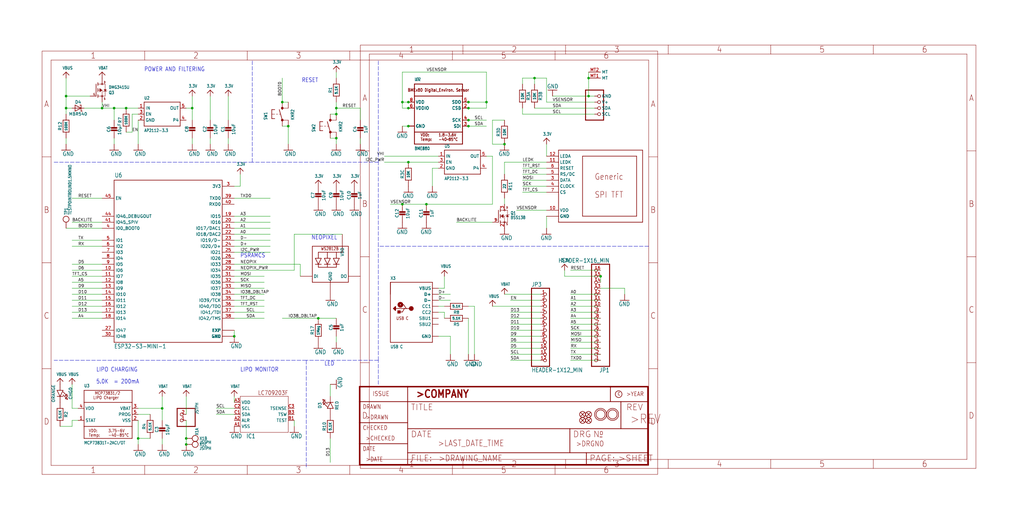
<source format=kicad_sch>
(kicad_sch (version 20211123) (generator eeschema)
  (paper "User" 433.07 220.421)
  (junction (at 121.92 53.34))
  (junction (at 172.72 45.72))
  (junction (at 213.36 60.96))
  (junction (at 226.06 33.02))
  (junction (at 68.58 172.72))
  (junction (at 180.34 86.36))
  (junction (at 78.74 187.96))
  (junction (at 43.18 45.72))
  (junction (at 99.06 142.24))
  (junction (at 248.92 40.64))
  (junction (at 170.18 86.36))
  (junction (at 198.12 45.72))
  (junction (at 27.94 40.64))
  (junction (at 119.38 43.18))
  (junction (at 58.42 185.42))
  (junction (at 248.92 33.02))
  (junction (at 254 116.84))
  (junction (at 170.18 43.18))
  (junction (at 172.72 68.58))
  (junction (at 78.74 185.42))
  (junction (at 142.24 45.72))
  (junction (at 142.24 58.42))
  (junction (at 142.24 48.26))
  (junction (at 198.12 50.8))
  (junction (at 27.94 45.72))
  (junction (at 172.72 43.18))
  (junction (at 198.12 43.18))
  (junction (at 198.12 53.34))
  (junction (at 134.62 134.62))
  (junction (at 48.26 45.72))
  (junction (at 205.74 43.18))
  (junction (at 53.34 45.72))
  (junction (at 172.72 53.34))
  (junction (at 81.28 45.72))
  (wire (pts (xy 231.14 43.18) (xy 231.14 33.02)))
  (wire (pts (xy 30.48 101.6) (xy 43.18 101.6)))
  (wire (pts (xy 190.5 142.24) (xy 185.42 142.24)))
  (wire (pts (xy 38.1 40.64) (xy 27.94 40.64)))
  (polyline (pts (xy 160.02 152.4) (xy 129.54 152.4)))
  (wire (pts (xy 43.18 93.98) (xy 30.48 93.98)))
  (wire (pts (xy 88.9 40.64) (xy 88.9 50.8)))
  (wire (pts (xy 99.06 116.84) (xy 111.76 116.84)))
  (wire (pts (xy 200.66 129.54) (xy 200.66 149.86)))
  (wire (pts (xy 30.48 177.8) (xy 33.02 177.8)))
  (wire (pts (xy 139.7 167.64) (xy 139.7 162.56)))
  (wire (pts (xy 43.18 104.14) (xy 30.48 104.14)))
  (wire (pts (xy 215.9 127) (xy 228.6 127)))
  (wire (pts (xy 99.06 99.06) (xy 114.3 99.06)))
  (wire (pts (xy 180.34 86.36) (xy 208.28 86.36)))
  (wire (pts (xy 220.98 35.56) (xy 220.98 33.02)))
  (wire (pts (xy 127 111.76) (xy 127 116.84)))
  (wire (pts (xy 185.42 127) (xy 190.5 127)))
  (wire (pts (xy 172.72 68.58) (xy 162.56 68.58)))
  (wire (pts (xy 231.14 76.2) (xy 220.98 76.2)))
  (wire (pts (xy 215.9 142.24) (xy 228.6 142.24)))
  (wire (pts (xy 119.38 43.18) (xy 119.38 33.02)))
  (wire (pts (xy 81.28 50.8) (xy 81.28 45.72)))
  (wire (pts (xy 101.6 78.74) (xy 101.6 73.66)))
  (wire (pts (xy 99.06 139.7) (xy 99.06 142.24)))
  (polyline (pts (xy 129.54 152.4) (xy 129.54 198.12)))
  (wire (pts (xy 248.92 40.64) (xy 251.46 40.64)))
  (wire (pts (xy 96.52 58.42) (xy 96.52 60.96)))
  (wire (pts (xy 198.12 45.72) (xy 205.74 45.72)))
  (wire (pts (xy 78.74 167.64) (xy 78.74 175.26)))
  (wire (pts (xy 170.18 43.18) (xy 170.18 30.48)))
  (wire (pts (xy 213.36 124.46) (xy 228.6 124.46)))
  (wire (pts (xy 55.88 48.26) (xy 58.42 48.26)))
  (wire (pts (xy 30.48 180.34) (xy 30.48 177.8)))
  (wire (pts (xy 251.46 48.26) (xy 220.98 48.26)))
  (wire (pts (xy 139.7 185.42) (xy 139.7 195.58)))
  (wire (pts (xy 205.74 43.18) (xy 205.74 45.72)))
  (wire (pts (xy 213.36 68.58) (xy 231.14 68.58)))
  (wire (pts (xy 142.24 144.78) (xy 142.24 142.24)))
  (wire (pts (xy 43.18 83.82) (xy 30.48 83.82)))
  (wire (pts (xy 30.48 114.3) (xy 43.18 114.3)))
  (wire (pts (xy 134.62 134.62) (xy 119.38 134.62)))
  (wire (pts (xy 228.6 129.54) (xy 208.28 129.54)))
  (wire (pts (xy 63.5 185.42) (xy 58.42 185.42)))
  (wire (pts (xy 68.58 185.42) (xy 68.58 187.96)))
  (wire (pts (xy 99.06 124.46) (xy 111.76 124.46)))
  (wire (pts (xy 231.14 96.52) (xy 231.14 91.44)))
  (wire (pts (xy 187.96 121.92) (xy 187.96 116.84)))
  (wire (pts (xy 254 139.7) (xy 241.3 139.7)))
  (wire (pts (xy 30.48 172.72) (xy 33.02 172.72)))
  (wire (pts (xy 43.18 121.92) (xy 30.48 121.92)))
  (wire (pts (xy 248.92 40.64) (xy 233.68 40.64)))
  (wire (pts (xy 142.24 58.42) (xy 142.24 60.96)))
  (wire (pts (xy 78.74 187.96) (xy 78.74 185.42)))
  (wire (pts (xy 99.06 106.68) (xy 114.3 106.68)))
  (wire (pts (xy 27.94 45.72) (xy 27.94 40.64)))
  (wire (pts (xy 254 134.62) (xy 241.3 134.62)))
  (wire (pts (xy 172.72 43.18) (xy 170.18 43.18)))
  (wire (pts (xy 228.6 149.86) (xy 215.9 149.86)))
  (wire (pts (xy 43.18 127) (xy 30.48 127)))
  (wire (pts (xy 215.9 152.4) (xy 228.6 152.4)))
  (wire (pts (xy 231.14 71.12) (xy 220.98 71.12)))
  (wire (pts (xy 99.06 134.62) (xy 111.76 134.62)))
  (wire (pts (xy 254 147.32) (xy 241.3 147.32)))
  (polyline (pts (xy 160.02 68.58) (xy 160.02 25.4)))
  (wire (pts (xy 53.34 45.72) (xy 48.26 45.72)))
  (wire (pts (xy 238.76 116.84) (xy 254 116.84)))
  (wire (pts (xy 99.06 121.92) (xy 111.76 121.92)))
  (wire (pts (xy 248.92 33.02) (xy 248.92 40.64)))
  (polyline (pts (xy 129.54 152.4) (xy 22.86 152.4)))
  (wire (pts (xy 254 137.16) (xy 241.3 137.16)))
  (wire (pts (xy 99.06 83.82) (xy 114.3 83.82)))
  (wire (pts (xy 58.42 50.8) (xy 58.42 60.96)))
  (wire (pts (xy 208.28 50.8) (xy 213.36 50.8)))
  (wire (pts (xy 43.18 116.84) (xy 30.48 116.84)))
  (wire (pts (xy 185.42 124.46) (xy 190.5 124.46)))
  (wire (pts (xy 241.3 132.08) (xy 254 132.08)))
  (wire (pts (xy 185.42 66.04) (xy 162.56 66.04)))
  (wire (pts (xy 58.42 175.26) (xy 63.5 175.26)))
  (wire (pts (xy 142.24 45.72) (xy 142.24 48.26)))
  (wire (pts (xy 27.94 40.64) (xy 27.94 33.02)))
  (wire (pts (xy 185.42 71.12) (xy 182.88 71.12)))
  (wire (pts (xy 99.06 93.98) (xy 114.3 93.98)))
  (wire (pts (xy 27.94 48.26) (xy 27.94 45.72)))
  (wire (pts (xy 170.18 53.34) (xy 172.72 53.34)))
  (polyline (pts (xy 160.02 68.58) (xy 106.68 68.58)))
  (wire (pts (xy 35.56 45.72) (xy 43.18 45.72)))
  (wire (pts (xy 48.26 58.42) (xy 48.26 60.96)))
  (wire (pts (xy 99.06 101.6) (xy 114.3 101.6)))
  (wire (pts (xy 25.4 180.34) (xy 30.48 180.34)))
  (polyline (pts (xy 106.68 68.58) (xy 106.68 25.4)))
  (wire (pts (xy 220.98 48.26) (xy 220.98 45.72)))
  (wire (pts (xy 58.42 45.72) (xy 53.34 45.72)))
  (wire (pts (xy 30.48 124.46) (xy 43.18 124.46)))
  (wire (pts (xy 231.14 88.9) (xy 218.44 88.9)))
  (wire (pts (xy 68.58 167.64) (xy 68.58 172.72)))
  (polyline (pts (xy 22.86 68.58) (xy 106.68 68.58)))
  (wire (pts (xy 198.12 50.8) (xy 205.74 50.8)))
  (wire (pts (xy 198.12 43.18) (xy 205.74 43.18)))
  (wire (pts (xy 215.9 139.7) (xy 228.6 139.7)))
  (wire (pts (xy 99.06 114.3) (xy 124.46 114.3)))
  (wire (pts (xy 231.14 81.28) (xy 220.98 81.28)))
  (wire (pts (xy 231.14 33.02) (xy 226.06 33.02)))
  (wire (pts (xy 208.28 86.36) (xy 208.28 66.04)))
  (wire (pts (xy 53.34 55.88) (xy 55.88 55.88)))
  (wire (pts (xy 99.06 172.72) (xy 91.44 172.72)))
  (wire (pts (xy 119.38 53.34) (xy 121.92 53.34)))
  (wire (pts (xy 215.9 144.78) (xy 228.6 144.78)))
  (wire (pts (xy 185.42 121.92) (xy 187.96 121.92)))
  (wire (pts (xy 251.46 45.72) (xy 226.06 45.72)))
  (polyline (pts (xy 160.02 152.4) (xy 160.02 104.14)))
  (wire (pts (xy 185.42 68.58) (xy 172.72 68.58)))
  (wire (pts (xy 142.24 30.48) (xy 142.24 33.02)))
  (wire (pts (xy 231.14 73.66) (xy 220.98 73.66)))
  (wire (pts (xy 228.6 132.08) (xy 215.9 132.08)))
  (wire (pts (xy 43.18 111.76) (xy 30.48 111.76)))
  (wire (pts (xy 48.26 45.72) (xy 48.26 50.8)))
  (wire (pts (xy 213.36 83.82) (xy 213.36 86.36)))
  (wire (pts (xy 198.12 53.34) (xy 205.74 53.34)))
  (wire (pts (xy 248.92 30.48) (xy 248.92 33.02)))
  (wire (pts (xy 96.52 40.64) (xy 96.52 50.8)))
  (wire (pts (xy 198.12 134.62) (xy 198.12 149.86)))
  (wire (pts (xy 78.74 185.42) (xy 78.74 177.8)))
  (wire (pts (xy 43.18 119.38) (xy 30.48 119.38)))
  (wire (pts (xy 185.42 132.08) (xy 187.96 132.08)))
  (wire (pts (xy 187.96 132.08) (xy 187.96 134.62)))
  (wire (pts (xy 254 152.4) (xy 241.3 152.4)))
  (wire (pts (xy 99.06 104.14) (xy 114.3 104.14)))
  (wire (pts (xy 43.18 134.62) (xy 30.48 134.62)))
  (wire (pts (xy 121.92 53.34) (xy 121.92 60.96)))
  (wire (pts (xy 254 119.38) (xy 254 116.84)))
  (wire (pts (xy 231.14 66.04) (xy 231.14 60.96)))
  (wire (pts (xy 205.74 66.04) (xy 208.28 66.04)))
  (wire (pts (xy 99.06 111.76) (xy 127 111.76)))
  (wire (pts (xy 111.76 127) (xy 99.06 127)))
  (wire (pts (xy 205.74 30.48) (xy 205.74 43.18)))
  (wire (pts (xy 124.46 99.06) (xy 144.78 99.06)))
  (wire (pts (xy 99.06 129.54) (xy 111.76 129.54)))
  (wire (pts (xy 58.42 177.8) (xy 58.42 185.42)))
  (wire (pts (xy 193.04 93.98) (xy 208.28 93.98)))
  (wire (pts (xy 231.14 43.18) (xy 251.46 43.18)))
  (wire (pts (xy 30.48 162.56) (xy 30.48 172.72)))
  (wire (pts (xy 228.6 147.32) (xy 215.9 147.32)))
  (wire (pts (xy 43.18 132.08) (xy 30.48 132.08)))
  (wire (pts (xy 88.9 58.42) (xy 88.9 60.96)))
  (wire (pts (xy 99.06 119.38) (xy 111.76 119.38)))
  (wire (pts (xy 165.1 86.36) (xy 170.18 86.36)))
  (wire (pts (xy 264.16 121.92) (xy 264.16 124.46)))
  (wire (pts (xy 124.46 114.3) (xy 124.46 99.06)))
  (polyline (pts (xy 274.32 104.14) (xy 160.02 104.14)))
  (wire (pts (xy 58.42 185.42) (xy 58.42 187.96)))
  (wire (pts (xy 254 121.92) (xy 264.16 121.92)))
  (wire (pts (xy 208.28 60.96) (xy 213.36 60.96)))
  (wire (pts (xy 43.18 96.52) (xy 27.94 96.52)))
  (wire (pts (xy 139.7 58.42) (xy 142.24 58.42)))
  (wire (pts (xy 213.36 68.58) (xy 213.36 73.66)))
  (wire (pts (xy 30.48 129.54) (xy 43.18 129.54)))
  (wire (pts (xy 170.18 45.72) (xy 170.18 43.18)))
  (wire (pts (xy 99.06 96.52) (xy 114.3 96.52)))
  (wire (pts (xy 99.06 132.08) (xy 111.76 132.08)))
  (wire (pts (xy 215.9 134.62) (xy 228.6 134.62)))
  (wire (pts (xy 198.12 129.54) (xy 200.66 129.54)))
  (wire (pts (xy 226.06 33.02) (xy 226.06 35.56)))
  (wire (pts (xy 185.42 129.54) (xy 187.96 129.54)))
  (wire (pts (xy 119.38 43.18) (xy 121.92 43.18)))
  (wire (pts (xy 142.24 45.72) (xy 152.4 45.72)))
  (wire (pts (xy 254 114.3) (xy 241.3 114.3)))
  (wire (pts (xy 99.06 167.64) (xy 99.06 170.18)))
  (wire (pts (xy 78.74 45.72) (xy 81.28 45.72)))
  (polyline (pts (xy 160.02 162.56) (xy 160.02 152.4)))
  (wire (pts (xy 254 127) (xy 241.3 127)))
  (wire (pts (xy 241.3 149.86) (xy 254 149.86)))
  (wire (pts (xy 91.44 175.26) (xy 99.06 175.26)))
  (wire (pts (xy 124.46 180.34) (xy 124.46 177.8)))
  (wire (pts (xy 172.72 45.72) (xy 170.18 45.72)))
  (wire (pts (xy 55.88 55.88) (xy 55.88 48.26)))
  (wire (pts (xy 238.76 114.3) (xy 238.76 116.84)))
  (wire (pts (xy 254 129.54) (xy 241.3 129.54)))
  (wire (pts (xy 30.48 45.72) (xy 27.94 45.72)))
  (wire (pts (xy 99.06 78.74) (xy 101.6 78.74)))
  (wire (pts (xy 170.18 30.48) (xy 205.74 30.48)))
  (wire (pts (xy 27.94 60.96) (xy 27.94 58.42)))
  (wire (pts (xy 58.42 172.72) (xy 68.58 172.72)))
  (wire (pts (xy 231.14 78.74) (xy 220.98 78.74)))
  (wire (pts (xy 81.28 58.42) (xy 81.28 60.96)))
  (wire (pts (xy 182.88 71.12) (xy 182.88 78.74)))
  (wire (pts (xy 68.58 177.8) (xy 68.58 172.72)))
  (wire (pts (xy 254 142.24) (xy 241.3 142.24)))
  (wire (pts (xy 99.06 91.44) (xy 114.3 91.44)))
  (wire (pts (xy 142.24 134.62) (xy 134.62 134.62)))
  (wire (pts (xy 152.4 60.96) (xy 152.4 58.42)))
  (wire (pts (xy 81.28 45.72) (xy 81.28 40.64)))
  (wire (pts (xy 254 124.46) (xy 241.3 124.46)))
  (wire (pts (xy 152.4 50.8) (xy 152.4 45.72)))
  (wire (pts (xy 142.24 48.26) (xy 139.7 48.26)))
  (wire (pts (xy 228.6 137.16) (xy 215.9 137.16)))
  (wire (pts (xy 208.28 60.96) (xy 208.28 50.8)))
  (wire (pts (xy 241.3 144.78) (xy 254 144.78)))
  (wire (pts (xy 170.18 86.36) (xy 180.34 86.36)))
  (wire (pts (xy 43.18 43.18) (xy 43.18 45.72)))
  (wire (pts (xy 43.18 45.72) (xy 48.26 45.72)))
  (wire (pts (xy 142.24 43.18) (xy 142.24 45.72)))
  (polyline (pts (xy 160.02 104.14) (xy 160.02 68.58)))
  (wire (pts (xy 190.5 149.86) (xy 190.5 142.24)))
  (wire (pts (xy 220.98 33.02) (xy 226.06 33.02)))
  (text "LIPO MONITOR" (at 101.6 157.48 180) (effects (font (size 1.778 1.5113)) (justify left bottom)))
  (text "NEOPIXEL" (at 137.16 101.6 180) (effects (font (size 1.778 1.5113)) (justify bottom)))
  (text "POWER AND FILTERING" (at 60.96 30.48 180) (effects (font (size 1.778 1.5113)) (justify left bottom)))
  (text "LED" (at 137.16 154.94 180) (effects (font (size 1.778 1.5113)) (justify left bottom)))
  (text "PSRAMCS" (at 101.6 109.22 180) (effects (font (size 1.778 1.5113)) (justify left bottom)))
  (text "LIPO CHARGING" (at 40.64 157.48 180) (effects (font (size 1.778 1.5113)) (justify left bottom)))
  (text "RESET" (at 134.62 33.02 180) (effects (font (size 1.778 1.5113)) (justify right top)))
  (text "5.0K  = 200mA" (at 40.64 162.56 180) (effects (font (size 1.778 1.5113)) (justify left bottom)))
  (label "EN" (at 55.88 55.88 0) (effects (font (size 1.2446 1.2446))))
  (label "LEDK" (at 220.98 68.58 0) (effects (font (size 1.2446 1.2446))))
  (label "MISO" (at 241.3 144.78 0) (effects (font (size 1.2446 1.2446))))
  (label "BACKLITE" (at 193.04 93.98 0) (effects (font (size 1.2446 1.2446))))
  (label "RESET" (at 33.02 83.82 0) (effects (font (size 1.2446 1.2446))))
  (label "TFT_CS" (at 220.98 81.28 0) (effects (font (size 1.2446 1.2446))))
  (label "D13" (at 33.02 132.08 0) (effects (font (size 1.2446 1.2446))))
  (label "MISO" (at 101.6 121.92 0) (effects (font (size 1.2446 1.2446))))
  (label "NEOPIX_PWR" (at 101.6 114.3 0) (effects (font (size 1.2446 1.2446))))
  (label "RX" (at 241.3 147.32 0) (effects (font (size 1.2446 1.2446))))
  (label "A5" (at 241.3 137.16 0) (effects (font (size 1.2446 1.2446))))
  (label "D13" (at 139.7 193.04 90) (effects (font (size 1.2446 1.2446))))
  (label "TX" (at 241.3 149.86 0) (effects (font (size 1.2446 1.2446))))
  (label "D12" (at 215.9 134.62 0) (effects (font (size 1.2446 1.2446))))
  (label "SCK" (at 101.6 119.38 0) (effects (font (size 1.2446 1.2446))))
  (label "MOSI" (at 101.6 116.84 0) (effects (font (size 1.2446 1.2446))))
  (label "D6" (at 33.02 114.3 0) (effects (font (size 1.2446 1.2446))))
  (label "D9" (at 33.02 121.92 0) (effects (font (size 1.2446 1.2446))))
  (label "D+" (at 101.6 104.14 0) (effects (font (size 1.2446 1.2446))))
  (label "SCK" (at 241.3 139.7 0) (effects (font (size 1.2446 1.2446))))
  (label "VSENSOR" (at 165.1 86.36 0) (effects (font (size 1.2446 1.2446))))
  (label "VHI" (at 162.56 66.04 180) (effects (font (size 1.2446 1.2446))))
  (label "SCL" (at 233.68 48.26 0) (effects (font (size 1.2446 1.2446))))
  (label "A4" (at 33.02 134.62 0) (effects (font (size 1.2446 1.2446))))
  (label "D11" (at 33.02 127 0) (effects (font (size 1.2446 1.2446))))
  (label "D13" (at 215.9 132.08 0) (effects (font (size 1.2446 1.2446))))
  (label "SCL" (at 215.9 149.86 0) (effects (font (size 1.2446 1.2446))))
  (label "D-" (at 101.6 101.6 0) (effects (font (size 1.2446 1.2446))))
  (label "SCL" (at 200.66 50.8 0) (effects (font (size 1.2446 1.2446))))
  (label "SDA" (at 233.68 45.72 0) (effects (font (size 1.2446 1.2446))))
  (label "SDA" (at 200.66 53.34 0) (effects (font (size 1.2446 1.2446))))
  (label "TFT_DC" (at 101.6 127 0) (effects (font (size 1.2446 1.2446))))
  (label "D+" (at 185.42 124.46 0) (effects (font (size 1.2446 1.2446))))
  (label "A0" (at 101.6 99.06 0) (effects (font (size 1.2446 1.2446))))
  (label "D10" (at 33.02 124.46 0) (effects (font (size 1.2446 1.2446))))
  (label "TFT_RST" (at 220.98 71.12 0) (effects (font (size 1.2446 1.2446))))
  (label "SCL" (at 91.44 172.72 0) (effects (font (size 1.2446 1.2446))))
  (label "D5" (at 33.02 111.76 0) (effects (font (size 1.2446 1.2446))))
  (label "NEOPIX" (at 101.6 111.76 0) (effects (font (size 1.2446 1.2446))))
  (label "SDA" (at 91.44 175.26 0) (effects (font (size 1.2446 1.2446))))
  (label "A5" (at 33.02 119.38 0) (effects (font (size 1.2446 1.2446))))
  (label "IO38_DBLTAP" (at 101.6 124.46 0) (effects (font (size 1.2446 1.2446))))
  (label "D11" (at 215.9 137.16 0) (effects (font (size 1.2446 1.2446))))
  (label "TX" (at 33.02 101.6 0) (effects (font (size 1.2446 1.2446))))
  (label "SCL" (at 104.14 132.08 0) (effects (font (size 1.2446 1.2446))))
  (label "A2" (at 101.6 93.98 0) (effects (font (size 1.2446 1.2446))))
  (label "SDA" (at 215.9 152.4 0) (effects (font (size 1.2446 1.2446))))
  (label "TXD0" (at 241.3 152.4 0) (effects (font (size 1.2446 1.2446))))
  (label "MOSI" (at 220.98 76.2 0) (effects (font (size 1.2446 1.2446))))
  (label "MOSI" (at 241.3 142.24 0) (effects (font (size 1.2446 1.2446))))
  (label "VSENSOR" (at 218.44 88.9 0) (effects (font (size 1.2446 1.2446))))
  (label "BACKLITE" (at 30.48 93.98 0) (effects (font (size 1.2446 1.2446))))
  (label "TFT_DC" (at 220.98 73.66 0) (effects (font (size 1.2446 1.2446))))
  (label "EN" (at 215.9 127 0) (effects (font (size 1.2446 1.2446))))
  (label "D10" (at 215.9 139.7 0) (effects (font (size 1.2446 1.2446))))
  (label "D12" (at 33.02 129.54 0) (effects (font (size 1.2446 1.2446))))
  (label "TXD0" (at 101.6 83.82 0) (effects (font (size 1.2446 1.2446))))
  (label "TFT_RST" (at 101.6 129.54 0) (effects (font (size 1.2446 1.2446))))
  (label "A0" (at 241.3 124.46 0) (effects (font (size 1.2446 1.2446))))
  (label "A1" (at 241.3 127 0) (effects (font (size 1.2446 1.2446))))
  (label "SDA" (at 104.14 134.62 0) (effects (font (size 1.2446 1.2446))))
  (label "A3" (at 241.3 132.08 0) (effects (font (size 1.2446 1.2446))))
  (label "A3" (at 101.6 91.44 0) (effects (font (size 1.2446 1.2446))))
  (label "RX" (at 33.02 104.14 0) (effects (font (size 1.2446 1.2446))))
  (label "IO38_DBLTAP" (at 121.92 134.62 0) (effects (font (size 1.2446 1.2446))))
  (label "VHI" (at 43.18 45.72 0) (effects (font (size 1.2446 1.2446))))
  (label "TFT_CS" (at 30.48 116.84 0) (effects (font (size 1.2446 1.2446))))
  (label "D9" (at 215.9 142.24 0) (effects (font (size 1.2446 1.2446))))
  (label "D5" (at 215.9 147.32 0) (effects (font (size 1.2446 1.2446))))
  (label "VSENSOR" (at 180.34 30.48 0) (effects (font (size 1.2446 1.2446))))
  (label "A4" (at 241.3 134.62 0) (effects (font (size 1.2446 1.2446))))
  (label "RESET" (at 241.3 114.3 0) (effects (font (size 1.2446 1.2446))))
  (label "A2" (at 241.3 129.54 0) (effects (font (size 1.2446 1.2446))))
  (label "D6" (at 215.9 144.78 0) (effects (font (size 1.2446 1.2446))))
  (label "BOOT0" (at 33.02 96.52 0) (effects (font (size 1.2446 1.2446))))
  (label "A1" (at 101.6 96.52 0) (effects (font (size 1.2446 1.2446))))
  (label "BOOT0" (at 119.38 40.64 90) (effects (font (size 1.2446 1.2446))))
  (label "VSENSOR" (at 233.68 43.18 0) (effects (font (size 1.2446 1.2446))))
  (label "I2C_PWR" (at 101.6 106.68 0) (effects (font (size 1.2446 1.2446))))
  (label "D-" (at 185.42 127 0) (effects (font (size 1.2446 1.2446))))
  (label "I2C_PWR" (at 162.56 68.58 180) (effects (font (size 1.2446 1.2446))))
  (label "RESET" (at 144.78 45.72 0) (effects (font (size 1.2446 1.2446))))
  (label "SCK" (at 220.98 78.74 0) (effects (font (size 1.2446 1.2446))))
  (symbol (lib_id "eagleSchem-eagle-import:RESISTOR_0603_NOOUT") (at 193.04 134.62 180) (unit 1)
    (property "Reference" "R5" (at 193.04 137.16 0))
    (property "Value" "5.1K" (at 193.04 134.62 0) (effects (font (size 1.016 1.016) bold)))
    (property "Footprint" "eagleSchem:0603-NO" (effects hide))
  )
  (symbol (lib_id "eagleSchem-eagle-import:HEADER-1X16_MIN") (at 251.46 134.62 180) (unit 1)
    (property "Reference" "JP1" (at 257.81 155.575 0) (effects (font (size 1.778 1.5113)) (justify left bottom)))
    (property "Value" "HEADER-1X16_MIN" (at 257.81 109.22 0) (effects (font (size 1.778 1.5113)) (justify left bottom)))
    (property "Footprint" "eagleSchem:1X16_ROUND_MIN" (effects hide))
  )
  (symbol (lib_id "eagleSchem-eagle-import:GND") (at 99.06 144.78 0) (unit 1)
    (property "Reference" "#U$37" (effects hide))
    (property "Value" "GND" (at 97.536 147.32 0) (effects (font (size 1.778 1.5113)) (justify left bottom)))
    (property "Footprint" "eagleSchem:" (effects hide))
  )
  (symbol (lib_id "eagleSchem-eagle-import:VBAT") (at 78.74 165.1 0) (unit 1)
    (property "Reference" "#U$16" (effects hide))
    (property "Value" "VBAT" (at 77.216 164.084 0) (effects (font (size 1.27 1.0795)) (justify left bottom)))
    (property "Footprint" "eagleSchem:" (effects hide))
  )
  (symbol (lib_id "eagleSchem-eagle-import:CAP_CERAMIC0603_NO") (at 149.86 83.82 0) (unit 1)
    (property "Reference" "C10" (at 147.57 82.57 90))
    (property "Value" "1uF" (at 152.16 82.57 90))
    (property "Footprint" "eagleSchem:0603-NO" (effects hide))
  )
  (symbol (lib_id "eagleSchem-eagle-import:3.3V") (at 134.62 76.2 0) (unit 1)
    (property "Reference" "#U$41" (effects hide))
    (property "Value" "3.3V" (at 133.096 75.184 0) (effects (font (size 1.27 1.0795)) (justify left bottom)))
    (property "Footprint" "eagleSchem:" (effects hide))
  )
  (symbol (lib_id "eagleSchem-eagle-import:GND") (at 149.86 88.9 0) (unit 1)
    (property "Reference" "#U$47" (effects hide))
    (property "Value" "GND" (at 148.336 91.44 0) (effects (font (size 1.778 1.5113)) (justify left bottom)))
    (property "Footprint" "eagleSchem:" (effects hide))
  )
  (symbol (lib_id "eagleSchem-eagle-import:GND") (at 134.62 147.32 0) (unit 1)
    (property "Reference" "#U$26" (effects hide))
    (property "Value" "GND" (at 133.096 149.86 0) (effects (font (size 1.778 1.5113)) (justify left bottom)))
    (property "Footprint" "eagleSchem:" (effects hide))
  )
  (symbol (lib_id "eagleSchem-eagle-import:GND") (at 142.24 63.5 0) (unit 1)
    (property "Reference" "#GND6" (effects hide))
    (property "Value" "GND" (at 139.7 66.04 0) (effects (font (size 1.778 1.5113)) (justify left bottom)))
    (property "Footprint" "eagleSchem:" (effects hide))
  )
  (symbol (lib_id "eagleSchem-eagle-import:GND") (at 233.68 38.1 180) (unit 1)
    (property "Reference" "#GND1" (effects hide))
    (property "Value" "GND" (at 236.22 35.56 0) (effects (font (size 1.778 1.5113)) (justify left bottom)))
    (property "Footprint" "eagleSchem:" (effects hide))
  )
  (symbol (lib_id "eagleSchem-eagle-import:CAP_CERAMIC0603_NO") (at 180.34 91.44 0) (unit 1)
    (property "Reference" "C11" (at 178.05 90.19 90))
    (property "Value" "1uF" (at 182.64 90.19 90))
    (property "Footprint" "eagleSchem:0603-NO" (effects hide))
  )
  (symbol (lib_id "eagleSchem-eagle-import:DISP_LCD_GENERIC_SPI_1.14IN_240X135_WRAPUNDER") (at 256.54 78.74 0) (unit 1)
    (property "Reference" "DISP1" (effects hide))
    (property "Value" "DISP_LCD_GENERIC_SPI_1.14IN_240X135_WRAPUNDER" (effects hide))
    (property "Footprint" "eagleSchem:TFT_1.14IN_240X135_WRAPUNDER" (effects hide))
  )
  (symbol (lib_id "eagleSchem-eagle-import:CAP_CERAMIC0603_NO") (at 152.4 55.88 0) (unit 1)
    (property "Reference" "C4" (at 150.11 54.63 90))
    (property "Value" "1uF" (at 154.7 54.63 90))
    (property "Footprint" "eagleSchem:0603-NO" (effects hide))
  )
  (symbol (lib_id "eagleSchem-eagle-import:ESP32-S3-MINI-1") (at 71.12 109.22 0) (unit 1)
    (property "Reference" "U6" (at 48.4641 75.0855 0) (effects (font (size 1.778 1.5113)) (justify left bottom)))
    (property "Value" "ESP32-S3-MINI-1" (at 48.2133 147.4281 0) (effects (font (size 1.778 1.5113)) (justify left bottom)))
    (property "Footprint" "eagleSchem:QFN60_ESP32-S2-MINI-1_EXP" (effects hide))
  )
  (symbol (lib_id "eagleSchem-eagle-import:GND") (at 200.66 152.4 0) (unit 1)
    (property "Reference" "#U$12" (effects hide))
    (property "Value" "GND" (at 199.136 154.94 0) (effects (font (size 1.778 1.5113)) (justify left bottom)))
    (property "Footprint" "eagleSchem:" (effects hide))
  )
  (symbol (lib_id "eagleSchem-eagle-import:GND") (at 99.06 182.88 0) (unit 1)
    (property "Reference" "#U$48" (effects hide))
    (property "Value" "GND" (at 97.536 185.42 0) (effects (font (size 1.778 1.5113)) (justify left bottom)))
    (property "Footprint" "eagleSchem:" (effects hide))
  )
  (symbol (lib_id "eagleSchem-eagle-import:GND") (at 58.42 63.5 0) (unit 1)
    (property "Reference" "#U$30" (effects hide))
    (property "Value" "GND" (at 56.896 66.04 0) (effects (font (size 1.778 1.5113)) (justify left bottom)))
    (property "Footprint" "eagleSchem:" (effects hide))
  )
  (symbol (lib_id "eagleSchem-eagle-import:MOUNTINGHOLE2.5") (at 254 175.26 0) (unit 1)
    (property "Reference" "U$31" (effects hide))
    (property "Value" "MOUNTINGHOLE2.5" (effects hide))
    (property "Footprint" "eagleSchem:MOUNTINGHOLE_2.5_PLATED" (effects hide))
  )
  (symbol (lib_id "eagleSchem-eagle-import:GND") (at 134.62 88.9 0) (unit 1)
    (property "Reference" "#U$45" (effects hide))
    (property "Value" "GND" (at 133.096 91.44 0) (effects (font (size 1.778 1.5113)) (justify left bottom)))
    (property "Footprint" "eagleSchem:" (effects hide))
  )
  (symbol (lib_id "eagleSchem-eagle-import:3.3V") (at 238.76 111.76 0) (unit 1)
    (property "Reference" "#U$6" (effects hide))
    (property "Value" "3.3V" (at 237.236 110.744 0) (effects (font (size 1.27 1.0795)) (justify left bottom)))
    (property "Footprint" "eagleSchem:" (effects hide))
  )
  (symbol (lib_id "eagleSchem-eagle-import:GND") (at 182.88 81.28 0) (unit 1)
    (property "Reference" "#GND9" (effects hide))
    (property "Value" "GND" (at 180.34 83.82 0) (effects (font (size 1.778 1.5113)) (justify left bottom)))
    (property "Footprint" "eagleSchem:" (effects hide))
  )
  (symbol (lib_id "eagleSchem-eagle-import:CON_JST_PH_2PIN_MT_BATT") (at 78.74 185.42 270) (unit 2)
    (property "Reference" "X1" (at 84.328 185.42 90) (effects (font (size 1.27 1.0795)) (justify left)))
    (property "Value" "JSTPH" (at 84.328 187.071 90) (effects (font (size 1.27 1.0795)) (justify left)))
    (property "Footprint" "eagleSchem:JSTPH2_BATT" (effects hide))
  )
  (symbol (lib_id "eagleSchem-eagle-import:MOUNTINGHOLE2.5") (at 259.08 175.26 0) (unit 1)
    (property "Reference" "U$32" (effects hide))
    (property "Value" "MOUNTINGHOLE2.5" (effects hide))
    (property "Footprint" "eagleSchem:MOUNTINGHOLE_2.5_PLATED" (effects hide))
  )
  (symbol (lib_id "eagleSchem-eagle-import:SWITCH_TACT_SMT4.6X2.8") (at 139.7 53.34 90) (unit 1)
    (property "Reference" "SW2" (at 133.35 55.88 0) (effects (font (size 1.27 1.0795)) (justify left bottom)))
    (property "Value" "KMR2" (at 144.78 55.88 0) (effects (font (size 1.27 1.0795)) (justify left bottom)))
    (property "Footprint" "eagleSchem:BTN_KMR2_4.6X2.8" (effects hide))
  )
  (symbol (lib_id "eagleSchem-eagle-import:FIDUCIAL_1MM") (at 246.38 177.8 0) (unit 1)
    (property "Reference" "U$55" (effects hide))
    (property "Value" "FIDUCIAL_1MM" (effects hide))
    (property "Footprint" "eagleSchem:FIDUCIAL_1MM" (effects hide))
  )
  (symbol (lib_id "eagleSchem-eagle-import:GND") (at 27.94 63.5 0) (unit 1)
    (property "Reference" "#U$25" (effects hide))
    (property "Value" "GND" (at 26.416 66.04 0) (effects (font (size 1.778 1.5113)) (justify left bottom)))
    (property "Footprint" "eagleSchem:" (effects hide))
  )
  (symbol (lib_id "eagleSchem-eagle-import:3.3V") (at 88.9 38.1 0) (unit 1)
    (property "Reference" "#U$24" (effects hide))
    (property "Value" "3.3V" (at 87.376 37.084 0) (effects (font (size 1.27 1.0795)) (justify left bottom)))
    (property "Footprint" "eagleSchem:" (effects hide))
  )
  (symbol (lib_id "eagleSchem-eagle-import:CAP_CERAMIC0603_NO") (at 142.24 139.7 0) (unit 1)
    (property "Reference" "C5" (at 139.95 138.45 90))
    (property "Value" "1uF" (at 144.54 138.45 90))
    (property "Footprint" "eagleSchem:0603-NO" (effects hide))
  )
  (symbol (lib_id "eagleSchem-eagle-import:RESISTOR_0603_NOOUT") (at 139.7 180.34 90) (unit 1)
    (property "Reference" "R10" (at 137.16 180.34 0))
    (property "Value" "5.1K" (at 139.7 180.34 0) (effects (font (size 1.016 1.016) bold)))
    (property "Footprint" "eagleSchem:0603-NO" (effects hide))
  )
  (symbol (lib_id "eagleSchem-eagle-import:STEMMA_I2C_QTRA") (at 251.46 45.72 0) (unit 1)
    (property "Reference" "CONN1" (effects hide))
    (property "Value" "STEMMA_I2C_QTRA" (effects hide))
    (property "Footprint" "eagleSchem:JST_SH4_RA" (effects hide))
  )
  (symbol (lib_id "eagleSchem-eagle-import:3.3V") (at 149.86 76.2 0) (unit 1)
    (property "Reference" "#U$44" (effects hide))
    (property "Value" "3.3V" (at 148.336 75.184 0) (effects (font (size 1.27 1.0795)) (justify left bottom)))
    (property "Footprint" "eagleSchem:" (effects hide))
  )
  (symbol (lib_id "eagleSchem-eagle-import:RESISTOR_4PACK") (at 226.06 40.64 270) (unit 2)
    (property "Reference" "R3" (at 228.6 40.64 0))
    (property "Value" "10K" (at 226.06 40.64 0) (effects (font (size 1.016 1.016) bold)))
    (property "Footprint" "eagleSchem:RESPACK_4X0603" (effects hide))
  )
  (symbol (lib_id "eagleSchem-eagle-import:VBUS") (at 25.4 160.02 0) (unit 1)
    (property "Reference" "#U$58" (effects hide))
    (property "Value" "VBUS" (at 23.876 159.004 0) (effects (font (size 1.27 1.0795)) (justify left bottom)))
    (property "Footprint" "eagleSchem:" (effects hide))
  )
  (symbol (lib_id "eagleSchem-eagle-import:MOSFET-P") (at 43.18 38.1 0) (mirror x) (unit 1)
    (property "Reference" "Q3" (at 45.974 38.481 0) (effects (font (size 1.27 1.0795)) (justify left bottom)))
    (property "Value" "DMG3415U" (at 45.974 36.195 0) (effects (font (size 1.27 1.0795)) (justify left bottom)))
    (property "Footprint" "eagleSchem:SOT23-R" (effects hide))
  )
  (symbol (lib_id "eagleSchem-eagle-import:GND") (at 48.26 63.5 0) (unit 1)
    (property "Reference" "#U$27" (effects hide))
    (property "Value" "GND" (at 46.736 66.04 0) (effects (font (size 1.778 1.5113)) (justify left bottom)))
    (property "Footprint" "eagleSchem:" (effects hide))
  )
  (symbol (lib_id "eagleSchem-eagle-import:RESISTOR_0603_NOOUT") (at 63.5 180.34 90) (unit 1)
    (property "Reference" "R4" (at 60.96 180.34 0))
    (property "Value" "5.1K" (at 63.5 180.34 0) (effects (font (size 1.016 1.016) bold)))
    (property "Footprint" "eagleSchem:0603-NO" (effects hide))
  )
  (symbol (lib_id "eagleSchem-eagle-import:CON_JST_PH_2PIN_MT_BATT") (at 78.74 187.96 270) (unit 3)
    (property "Reference" "X1" (at 84.328 187.96 90) (effects (font (size 1.27 1.0795)) (justify left)))
    (property "Value" "JSTPH" (at 84.328 189.611 90) (effects (font (size 1.27 1.0795)) (justify left)))
    (property "Footprint" "eagleSchem:JSTPH2_BATT" (effects hide))
  )
  (symbol (lib_id "eagleSchem-eagle-import:BME680") (at 185.42 48.26 0) (unit 1)
    (property "Reference" "IC2" (at 175.26 34.29 0) (effects (font (size 1.27 1.0795)) (justify left bottom)))
    (property "Value" "BME680" (at 175.26 63.5 0) (effects (font (size 1.27 1.0795)) (justify left bottom)))
    (property "Footprint" "eagleSchem:BME680" (effects hide))
  )
  (symbol (lib_id "eagleSchem-eagle-import:RESISTOR_4PACK") (at 220.98 40.64 270) (unit 1)
    (property "Reference" "R3" (at 223.52 40.64 0))
    (property "Value" "10K" (at 220.98 40.64 0) (effects (font (size 1.016 1.016) bold)))
    (property "Footprint" "eagleSchem:RESPACK_4X0603" (effects hide))
  )
  (symbol (lib_id "eagleSchem-eagle-import:WS2812B_SK6805_1515") (at 139.7 114.3 0) (unit 1)
    (property "Reference" "LED1" (effects hide))
    (property "Value" "WS2812B_SK6805_1515" (effects hide))
    (property "Footprint" "eagleSchem:SK6805_1515" (effects hide))
  )
  (symbol (lib_id "eagleSchem-eagle-import:CAP_CERAMIC0805-NOOUTLINE") (at 142.24 83.82 0) (unit 1)
    (property "Reference" "C9" (at 139.95 82.57 90))
    (property "Value" "10uF" (at 144.54 82.57 90))
    (property "Footprint" "eagleSchem:0805-NO" (effects hide))
  )
  (symbol (lib_id "eagleSchem-eagle-import:VBUS") (at 27.94 30.48 0) (unit 1)
    (property "Reference" "#U$3" (effects hide))
    (property "Value" "VBUS" (at 26.416 29.464 0) (effects (font (size 1.27 1.0795)) (justify left bottom)))
    (property "Footprint" "eagleSchem:" (effects hide))
  )
  (symbol (lib_id "eagleSchem-eagle-import:GND") (at 213.36 63.5 0) (unit 1)
    (property "Reference" "#GND10" (effects hide))
    (property "Value" "GND" (at 210.82 66.04 0) (effects (font (size 1.778 1.5113)) (justify left bottom)))
    (property "Footprint" "eagleSchem:" (effects hide))
  )
  (symbol (lib_id "eagleSchem-eagle-import:LED0603_NOOUTLINE") (at 139.7 170.18 90) (unit 1)
    (property "Reference" "D3" (at 135.255 171.45 0))
    (property "Value" "RED" (at 142.494 171.45 0))
    (property "Footprint" "eagleSchem:CHIPLED_0603_NOOUTLINE" (effects hide))
  )
  (symbol (lib_id "eagleSchem-eagle-import:LED0603_NOOUTLINE") (at 25.4 167.64 270) (unit 1)
    (property "Reference" "CHG0" (at 29.845 166.37 0))
    (property "Value" "ORANGE" (at 22.606 166.37 0))
    (property "Footprint" "eagleSchem:CHIPLED_0603_NOOUTLINE" (effects hide))
  )
  (symbol (lib_id "eagleSchem-eagle-import:VREG_SOT23-5") (at 195.58 68.58 0) (unit 1)
    (property "Reference" "U5" (at 187.96 62.484 0) (effects (font (size 1.27 1.0795)) (justify left bottom)))
    (property "Value" "AP2112-3.3" (at 187.96 76.2 0) (effects (font (size 1.27 1.0795)) (justify left bottom)))
    (property "Footprint" "eagleSchem:SOT23-5" (effects hide))
  )
  (symbol (lib_id "eagleSchem-eagle-import:RESISTOR_0603_NOOUT") (at 25.4 175.26 270) (unit 1)
    (property "Reference" "R2" (at 27.94 175.26 0))
    (property "Value" "5.1K" (at 25.4 175.26 0) (effects (font (size 1.016 1.016) bold)))
    (property "Footprint" "eagleSchem:0603-NO" (effects hide))
  )
  (symbol (lib_id "eagleSchem-eagle-import:RESISTOR_0603_NOOUT") (at 27.94 53.34 90) (unit 1)
    (property "Reference" "R12" (at 25.4 53.34 0))
    (property "Value" "100K" (at 27.94 53.34 0) (effects (font (size 1.016 1.016) bold)))
    (property "Footprint" "eagleSchem:0603-NO" (effects hide))
  )
  (symbol (lib_id "eagleSchem-eagle-import:3.3V") (at 142.24 27.94 0) (unit 1)
    (property "Reference" "#U$5" (effects hide))
    (property "Value" "3.3V" (at 140.716 26.924 0) (effects (font (size 1.27 1.0795)) (justify left bottom)))
    (property "Footprint" "eagleSchem:" (effects hide))
  )
  (symbol (lib_id "eagleSchem-eagle-import:GND") (at 142.24 88.9 0) (unit 1)
    (property "Reference" "#U$46" (effects hide))
    (property "Value" "GND" (at 140.716 91.44 0) (effects (font (size 1.778 1.5113)) (justify left bottom)))
    (property "Footprint" "eagleSchem:" (effects hide))
  )
  (symbol (lib_id "eagleSchem-eagle-import:VBAT") (at 213.36 121.92 0) (unit 1)
    (property "Reference" "#U$20" (effects hide))
    (property "Value" "VBAT" (at 211.836 120.904 0) (effects (font (size 1.27 1.0795)) (justify left bottom)))
    (property "Footprint" "eagleSchem:" (effects hide))
  )
  (symbol (lib_id "eagleSchem-eagle-import:CAP_CERAMIC0805-NOOUTLINE") (at 48.26 55.88 0) (unit 1)
    (property "Reference" "C6" (at 45.97 54.63 90))
    (property "Value" "10µF" (at 50.56 54.63 90))
    (property "Footprint" "eagleSchem:0805-NO" (effects hide))
  )
  (symbol (lib_id "eagleSchem-eagle-import:GND") (at 78.74 190.5 0) (unit 1)
    (property "Reference" "#U$22" (effects hide))
    (property "Value" "GND" (at 77.216 193.04 0) (effects (font (size 1.778 1.5113)) (justify left bottom)))
    (property "Footprint" "eagleSchem:" (effects hide))
  )
  (symbol (lib_id "eagleSchem-eagle-import:FIDUCIAL_1MM") (at 246.38 175.26 0) (unit 1)
    (property "Reference" "U$35" (effects hide))
    (property "Value" "FIDUCIAL_1MM" (effects hide))
    (property "Footprint" "eagleSchem:FIDUCIAL_1MM" (effects hide))
  )
  (symbol (lib_id "eagleSchem-eagle-import:STEMMA_I2C_QTRA") (at 248.92 33.02 0) (unit 2)
    (property "Reference" "CONN1" (effects hide))
    (property "Value" "STEMMA_I2C_QTRA" (effects hide))
    (property "Footprint" "eagleSchem:JST_SH4_RA" (effects hide))
  )
  (symbol (lib_id "eagleSchem-eagle-import:GND") (at 264.16 127 0) (unit 1)
    (property "Reference" "#GND4" (effects hide))
    (property "Value" "GND" (at 261.62 129.54 0) (effects (font (size 1.778 1.5113)) (justify left bottom)))
    (property "Footprint" "eagleSchem:" (effects hide))
  )
  (symbol (lib_id "eagleSchem-eagle-import:RESISTOR_4PACK") (at 213.36 55.88 90) (unit 4)
    (property "Reference" "R3" (at 210.82 55.88 0))
    (property "Value" "10K" (at 213.36 55.88 0) (effects (font (size 1.016 1.016) bold)))
    (property "Footprint" "eagleSchem:RESPACK_4X0603" (effects hide))
  )
  (symbol (lib_id "eagleSchem-eagle-import:GND") (at 213.36 99.06 0) (unit 1)
    (property "Reference" "#U$57" (effects hide))
    (property "Value" "GND" (at 211.836 101.6 0) (effects (font (size 1.778 1.5113)) (justify left bottom)))
    (property "Footprint" "eagleSchem:" (effects hide))
  )
  (symbol (lib_id "eagleSchem-eagle-import:VBUS") (at 30.48 160.02 0) (unit 1)
    (property "Reference" "#U$38" (effects hide))
    (property "Value" "VBUS" (at 28.956 159.004 0) (effects (font (size 1.27 1.0795)) (justify left bottom)))
    (property "Footprint" "eagleSchem:" (effects hide))
  )
  (symbol (lib_id "eagleSchem-eagle-import:RESISTOR_0603_NOOUT") (at 134.62 139.7 90) (unit 1)
    (property "Reference" "R17" (at 132.08 139.7 0))
    (property "Value" "1Meg" (at 134.62 139.7 0) (effects (font (size 1.016 1.016) bold)))
    (property "Footprint" "eagleSchem:0603-NO" (effects hide))
  )
  (symbol (lib_id "eagleSchem-eagle-import:3.3V") (at 96.52 38.1 0) (unit 1)
    (property "Reference" "#U$2" (effects hide))
    (property "Value" "3.3V" (at 94.996 37.084 0) (effects (font (size 1.27 1.0795)) (justify left bottom)))
    (property "Footprint" "eagleSchem:" (effects hide))
  )
  (symbol (lib_id "eagleSchem-eagle-import:VBAT") (at 68.58 165.1 0) (unit 1)
    (property "Reference" "#U$39" (effects hide))
    (property "Value" "VBAT" (at 67.056 164.084 0) (effects (font (size 1.27 1.0795)) (justify left bottom)))
    (property "Footprint" "eagleSchem:" (effects hide))
  )
  (symbol (lib_id "eagleSchem-eagle-import:3.3V") (at 101.6 71.12 0) (unit 1)
    (property "Reference" "#U$11" (effects hide))
    (property "Value" "3.3V" (at 100.076 70.104 0) (effects (font (size 1.27 1.0795)) (justify left bottom)))
    (property "Footprint" "eagleSchem:" (effects hide))
  )
  (symbol (lib_id "eagleSchem-eagle-import:GND") (at 88.9 63.5 0) (unit 1)
    (property "Reference" "#U$17" (effects hide))
    (property "Value" "GND" (at 87.376 66.04 0) (effects (font (size 1.778 1.5113)) (justify left bottom)))
    (property "Footprint" "eagleSchem:" (effects hide))
  )
  (symbol (lib_id "eagleSchem-eagle-import:GND") (at 121.92 63.5 0) (unit 1)
    (property "Reference" "#U$51" (effects hide))
    (property "Value" "GND" (at 120.396 66.04 0) (effects (font (size 1.778 1.5113)) (justify left bottom)))
    (property "Footprint" "eagleSchem:" (effects hide))
  )
  (symbol (lib_id "eagleSchem-eagle-import:RESISTOR_0603_NOOUT") (at 53.34 50.8 90) (unit 1)
    (property "Reference" "R7" (at 50.8 50.8 0))
    (property "Value" "100K" (at 53.34 50.8 0) (effects (font (size 1.016 1.016) bold)))
    (property "Footprint" "eagleSchem:0603-NO" (effects hide))
  )
  (symbol (lib_id "eagleSchem-eagle-import:FRAME_A4") (at 17.78 200.66 0) (unit 1)
    (property "Reference" "#FRAME1" (effects hide))
    (property "Value" "FRAME_A4" (effects hide))
    (property "Footprint" "eagleSchem:" (effects hide))
  )
  (symbol (lib_id "eagleSchem-eagle-import:GND") (at 139.7 127 0) (unit 1)
    (property "Reference" "#U$13" (effects hide))
    (property "Value" "GND" (at 138.176 129.54 0) (effects (font (size 1.778 1.5113)) (justify left bottom)))
    (property "Footprint" "eagleSchem:" (effects hide))
  )
  (symbol (lib_id "eagleSchem-eagle-import:RESISTOR_4PACK") (at 172.72 73.66 90) (unit 3)
    (property "Reference" "R3" (at 170.18 73.66 0))
    (property "Value" "10K" (at 172.72 73.66 0) (effects (font (size 1.016 1.016) bold)))
    (property "Footprint" "eagleSchem:RESPACK_4X0603" (effects hide))
  )
  (symbol (lib_id "eagleSchem-eagle-import:3.3V") (at 81.28 38.1 0) (unit 1)
    (property "Reference" "#U$10" (effects hide))
    (property "Value" "3.3V" (at 79.756 37.084 0) (effects (font (size 1.27 1.0795)) (justify left bottom)))
    (property "Footprint" "eagleSchem:" (effects hide))
  )
  (symbol (lib_id "eagleSchem-eagle-import:CON_JST_PH_2PIN_MT_BATT") (at 76.2 175.26 180) (unit 1)
    (property "Reference" "X1" (at 82.55 180.975 90) (effects (font (size 1.27 1.0795)) (justify left bottom)))
    (property "Value" "JSTPH" (at 82.55 170.18 90) (effects (font (size 1.27 1.0795)) (justify left bottom)))
    (property "Footprint" "eagleSchem:JSTPH2_BATT" (effects hide))
  )
  (symbol (lib_id "eagleSchem-eagle-import:GND") (at 190.5 152.4 0) (unit 1)
    (property "Reference" "#U$23" (effects hide))
    (property "Value" "GND" (at 188.976 154.94 0) (effects (font (size 1.778 1.5113)) (justify left bottom)))
    (property "Footprint" "eagleSchem:" (effects hide))
  )
  (symbol (lib_id "eagleSchem-eagle-import:USB_C") (at 175.26 132.08 0) (unit 1)
    (property "Reference" "X3" (at 165.1 118.364 0) (effects (font (size 1.27 1.0795)) (justify left bottom)))
    (property "Value" "USB C" (at 165.1 147.32 0) (effects (font (size 1.27 1.0795)) (justify left bottom)))
    (property "Footprint" "eagleSchem:USB_C_CUSB31-CFM2AX-01-X" (effects hide))
  )
  (symbol (lib_id "eagleSchem-eagle-import:GND") (at 124.46 182.88 0) (unit 1)
    (property "Reference" "#U$50" (effects hide))
    (property "Value" "GND" (at 122.936 185.42 0) (effects (font (size 1.778 1.5113)) (justify left bottom)))
    (property "Footprint" "eagleSchem:" (effects hide))
  )
  (symbol (lib_id "eagleSchem-eagle-import:FIDUCIAL_1MM") (at 248.92 175.26 0) (unit 1)
    (property "Reference" "U$34" (effects hide))
    (property "Value" "FIDUCIAL_1MM" (effects hide))
    (property "Footprint" "eagleSchem:FIDUCIAL_1MM" (effects hide))
  )
  (symbol (lib_id "eagleSchem-eagle-import:MOSFET-NREFLOW") (at 210.82 91.44 0) (unit 1)
    (property "Reference" "Q1" (at 215.9 90.805 0) (effects (font (size 1.27 1.0795)) (justify left bottom)))
    (property "Value" "BSS138" (at 215.9 92.71 0) (effects (font (size 1.27 1.0795)) (justify left bottom)))
    (property "Footprint" "eagleSchem:SOT23-R" (effects hide))
  )
  (symbol (lib_id "eagleSchem-eagle-import:GND") (at 96.52 63.5 0) (unit 1)
    (property "Reference" "#U$4" (effects hide))
    (property "Value" "GND" (at 94.996 66.04 0) (effects (font (size 1.778 1.5113)) (justify left bottom)))
    (property "Footprint" "eagleSchem:" (effects hide))
  )
  (symbol (lib_id "eagleSchem-eagle-import:STEMMA_I2C_QTRA") (at 248.92 30.48 0) (unit 3)
    (property "Reference" "CONN1" (effects hide))
    (property "Value" "STEMMA_I2C_QTRA" (effects hide))
    (property "Footprint" "eagleSchem:JST_SH4_RA" (effects hide))
  )
  (symbol (lib_id "eagleSchem-eagle-import:BME280") (at 185.42 48.26 0) (unit 1)
    (property "Reference" "U4" (at 175.26 34.29 0) (effects (font (size 1.27 1.0795)) (justify left bottom)))
    (property "Value" "BME280" (at 175.26 63.5 0) (effects (font (size 1.27 1.0795)) (justify left bottom)))
    (property "Footprint" "eagleSchem:BME280" (effects hide))
  )
  (symbol (lib_id "eagleSchem-eagle-import:HEADER-1X12_MIN") (at 231.14 139.7 0) (unit 1)
    (property "Reference" "JP3" (at 224.79 121.285 0) (effects (font (size 1.778 1.5113)) (justify left bottom)))
    (property "Value" "HEADER-1X12_MIN" (at 224.79 157.48 0) (effects (font (size 1.778 1.5113)) (justify left bottom)))
    (property "Footprint" "eagleSchem:1X12_ROUND_MIN" (effects hide))
  )
  (symbol (lib_id "eagleSchem-eagle-import:DIODE-SCHOTTKYSOD-123") (at 33.02 45.72 0) (unit 1)
    (property "Reference" "D4" (at 33.02 43.18 0))
    (property "Value" "MBR540" (at 33.02 48.22 0))
    (property "Footprint" "eagleSchem:SOD-123" (effects hide))
  )
  (symbol (lib_id "eagleSchem-eagle-import:CAP_CERAMIC0805-NOOUTLINE") (at 170.18 91.44 0) (unit 1)
    (property "Reference" "C12" (at 167.89 90.19 90))
    (property "Value" "10uF" (at 172.48 90.19 90))
    (property "Footprint" "eagleSchem:0805-NO" (effects hide))
  )
  (symbol (lib_id "eagleSchem-eagle-import:GND") (at 231.14 99.06 0) (unit 1)
    (property "Reference" "#GND3" (effects hide))
    (property "Value" "GND" (at 228.6 101.6 0) (effects (font (size 1.778 1.5113)) (justify left bottom)))
    (property "Footprint" "eagleSchem:" (effects hide))
  )
  (symbol (lib_id "eagleSchem-eagle-import:MCP73831{slash}2") (at 45.72 175.26 0) (unit 1)
    (property "Reference" "U3" (at 35.56 163.83 0) (effects (font (size 1.27 1.0795)) (justify left bottom)))
    (property "Value" "MCP73831T-2ACI/OT" (at 35.56 187.96 0) (effects (font (size 1.27 1.0795)) (justify left bottom)))
    (property "Footprint" "eagleSchem:SOT23-5" (effects hide))
  )
  (symbol (lib_id "eagleSchem-eagle-import:FIDUCIAL_1MM") (at 248.92 177.8 0) (unit 1)
    (property "Reference" "U$56" (effects hide))
    (property "Value" "FIDUCIAL_1MM" (effects hide))
    (property "Footprint" "eagleSchem:FIDUCIAL_1MM" (effects hide))
  )
  (symbol (lib_id "eagleSchem-eagle-import:CAP_CERAMIC0805-NOOUTLINE") (at 81.28 55.88 0) (unit 1)
    (property "Reference" "C8" (at 78.99 54.63 90))
    (property "Value" "10µF" (at 83.58 54.63 90))
    (property "Footprint" "eagleSchem:0805-NO" (effects hide))
    (property "Value" "10µF" (effects hide))
  )
  (symbol (lib_id "eagleSchem-eagle-import:GND") (at 142.24 162.56 90) (unit 1)
    (property "Reference" "#U$8" (effects hide))
    (property "Value" "GND" (at 144.78 164.084 0) (effects (font (size 1.778 1.5113)) (justify left bottom)))
    (property "Footprint" "eagleSchem:" (effects hide))
  )
  (symbol (lib_id "eagleSchem-eagle-import:RESISTOR_0603_NOOUT") (at 193.04 129.54 180) (unit 1)
    (property "Reference" "R8" (at 193.04 132.08 0))
    (property "Value" "5.1K" (at 193.04 129.54 0) (effects (font (size 1.016 1.016) bold)))
    (property "Footprint" "eagleSchem:0603-NO" (effects hide))
  )
  (symbol (lib_id "eagleSchem-eagle-import:GND") (at 170.18 96.52 0) (unit 1)
    (property "Reference" "#GND7" (effects hide))
    (property "Value" "GND" (at 167.64 99.06 0) (effects (font (size 1.778 1.5113)) (justify left bottom)))
    (property "Footprint" "eagleSchem:" (effects hide))
  )
  (symbol (lib_id "eagleSchem-eagle-import:GND") (at 142.24 147.32 0) (unit 1)
    (property "Reference" "#U$40" (effects hide))
    (property "Value" "GND" (at 140.716 149.86 0) (effects (font (size 1.778 1.5113)) (justify left bottom)))
    (property "Footprint" "eagleSchem:" (effects hide))
  )
  (symbol (lib_id "eagleSchem-eagle-import:LC709203F{slash}MH") (at 111.76 175.26 0) (unit 1)
    (property "Reference" "IC1" (at 104.14 185.42 0) (effects (font (size 1.778 1.5113)) (justify left bottom)))
    (property "Value" "LC709203F/MH" (effects hide))
    (property "Footprint" "eagleSchem:WLCSP9" (effects hide))
  )
  (symbol (lib_id "eagleSchem-eagle-import:GND") (at 152.4 63.5 0) (unit 1)
    (property "Reference" "#U$42" (effects hide))
    (property "Value" "GND" (at 150.876 66.04 0) (effects (font (size 1.778 1.5113)) (justify left bottom)))
    (property "Footprint" "eagleSchem:" (effects hide))
  )
  (symbol (lib_id "eagleSchem-eagle-import:GND") (at 68.58 190.5 0) (unit 1)
    (property "Reference" "#U$33" (effects hide))
    (property "Value" "GND" (at 67.056 193.04 0) (effects (font (size 1.778 1.5113)) (justify left bottom)))
    (property "Footprint" "eagleSchem:" (effects hide))
  )
  (symbol (lib_id "eagleSchem-eagle-import:GND") (at 58.42 190.5 0) (unit 1)
    (property "Reference" "#U$36" (effects hide))
    (property "Value" "GND" (at 56.896 193.04 0) (effects (font (size 1.778 1.5113)) (justify left bottom)))
    (property "Footprint" "eagleSchem:" (effects hide))
  )
  (symbol (lib_id "eagleSchem-eagle-import:FRAME_A4") (at 152.4 198.12 0) (unit 2)
    (property "Reference" "#FRAME1" (effects hide))
    (property "Value" "FRAME_A4" (effects hide))
    (property "Footprint" "eagleSchem:" (effects hide))
  )
  (symbol (lib_id "eagleSchem-eagle-import:3.3V") (at 231.14 58.42 0) (unit 1)
    (property "Reference" "#U$53" (effects hide))
    (property "Value" "3.3V" (at 229.616 57.404 0) (effects (font (size 1.27 1.0795)) (justify left bottom)))
    (property "Footprint" "eagleSchem:" (effects hide))
  )
  (symbol (lib_id "eagleSchem-eagle-import:VBAT") (at 99.06 165.1 0) (unit 1)
    (property "Reference" "#U$18" (effects hide))
    (property "Value" "VBAT" (at 97.536 164.084 0) (effects (font (size 1.27 1.0795)) (justify left bottom)))
    (property "Footprint" "eagleSchem:" (effects hide))
  )
  (symbol (lib_id "eagleSchem-eagle-import:CAP_CERAMIC0805-NOOUTLINE") (at 134.62 83.82 0) (unit 1)
    (property "Reference" "C7" (at 132.33 82.57 90))
    (property "Value" "10uF" (at 136.92 82.57 90))
    (property "Footprint" "eagleSchem:0805-NO" (effects hide))
  )
  (symbol (lib_id "eagleSchem-eagle-import:GND") (at 170.18 55.88 0) (unit 1)
    (property "Reference" "#GND2" (effects hide))
    (property "Value" "GND" (at 167.64 58.42 0) (effects (font (size 1.778 1.5113)) (justify left bottom)))
    (property "Footprint" "eagleSchem:" (effects hide))
  )
  (symbol (lib_id "eagleSchem-eagle-import:CAP_CERAMIC0805-NOOUTLINE") (at 88.9 55.88 0) (unit 1)
    (property "Reference" "C2" (at 86.61 54.63 90))
    (property "Value" "10uF" (at 91.2 54.63 90))
    (property "Footprint" "eagleSchem:0805-NO" (effects hide))
  )
  (symbol (lib_id "eagleSchem-eagle-import:3.3V") (at 142.24 76.2 0) (unit 1)
    (property "Reference" "#U$43" (effects hide))
    (property "Value" "3.3V" (at 140.716 75.184 0) (effects (font (size 1.27 1.0795)) (justify left bottom)))
    (property "Footprint" "eagleSchem:" (effects hide))
  )
  (symbol (lib_id "eagleSchem-eagle-import:RESISTOR_0603_NOOUT") (at 213.36 78.74 270) (unit 1)
    (property "Reference" "R11" (at 215.9 78.74 0))
    (property "Value" "22" (at 213.36 78.74 0) (effects (font (size 1.016 1.016) bold)))
    (property "Footprint" "eagleSchem:0603-NO" (effects hide))
  )
  (symbol (lib_id "eagleSchem-eagle-import:CAP_CERAMIC0805-NOOUTLINE") (at 96.52 55.88 0) (unit 1)
    (property "Reference" "C1" (at 94.23 54.63 90))
    (property "Value" "10uF" (at 98.82 54.63 90))
    (property "Footprint" "eagleSchem:0805-NO" (effects hide))
  )
  (symbol (lib_id "eagleSchem-eagle-import:VBAT") (at 43.18 30.48 0) (unit 1)
    (property "Reference" "#U$21" (effects hide))
    (property "Value" "VBAT" (at 41.656 29.464 0) (effects (font (size 1.27 1.0795)) (justify left bottom)))
    (property "Footprint" "eagleSchem:" (effects hide))
  )
  (symbol (lib_id "eagleSchem-eagle-import:GND") (at 180.34 96.52 0) (unit 1)
    (property "Reference" "#GND5" (effects hide))
    (property "Value" "GND" (at 177.8 99.06 0) (effects (font (size 1.778 1.5113)) (justify left bottom)))
    (property "Footprint" "eagleSchem:" (effects hide))
  )
  (symbol (lib_id "eagleSchem-eagle-import:GND") (at 198.12 152.4 0) (unit 1)
    (property "Reference" "#U$1" (effects hide))
    (property "Value" "GND" (at 196.596 154.94 0) (effects (font (size 1.778 1.5113)) (justify left bottom)))
    (property "Footprint" "eagleSchem:" (effects hide))
  )
  (symbol (lib_id "eagleSchem-eagle-import:RESISTOR_0603_NOOUT") (at 142.24 38.1 90) (unit 1)
    (property "Reference" "R1" (at 139.7 38.1 0))
    (property "Value" "5.1K" (at 142.24 38.1 0) (effects (font (size 1.016 1.016) bold)))
    (property "Footprint" "eagleSchem:0603-NO" (effects hide))
  )
  (symbol (lib_id "eagleSchem-eagle-import:SWITCH_TACT_SMT4.6X2.8") (at 119.38 48.26 90) (unit 1)
    (property "Reference" "SW1" (at 113.03 50.8 0) (effects (font (size 1.27 1.0795)) (justify left bottom)))
    (property "Value" "KMR2" (at 124.46 50.8 0) (effects (font (size 1.27 1.0795)) (justify left bottom)))
    (property "Footprint" "eagleSchem:BTN_KMR2_4.6X2.8" (effects hide))
  )
  (symbol (lib_id "eagleSchem-eagle-import:VREG_SOT23-5") (at 68.58 48.26 0) (unit 1)
    (property "Reference" "U2" (at 60.96 42.164 0) (effects (font (size 1.27 1.0795)) (justify left bottom)))
    (property "Value" "AP2112-3.3" (at 60.96 55.88 0) (effects (font (size 1.27 1.0795)) (justify left bottom)))
    (property "Footprint" "eagleSchem:SOT23-5" (effects hide))
  )
  (symbol (lib_id "eagleSchem-eagle-import:GND") (at 172.72 81.28 0) (unit 1)
    (property "Reference" "#GND8" (effects hide))
    (property "Value" "GND" (at 170.18 83.82 0) (effects (font (size 1.778 1.5113)) (justify left bottom)))
    (property "Footprint" "eagleSchem:" (effects hide))
  )
  (symbol (lib_id "eagleSchem-eagle-import:TESTPOINTROUND1.5MMNO") (at 27.94 96.52 0) (unit 1)
    (property "Reference" "TP1" (at 27.94 90.932 90) (effects (font (size 1.27 1.0795)) (justify left)))
    (property "Value" "TESTPOINTROUND1.5MMNO" (at 29.591 90.932 90) (effects (font (size 1.27 1.0795)) (justify left)))
    (property "Footprint" "eagleSchem:TESTPOINT_ROUND_1.5MM_NO" (effects hide))
  )
  (symbol (lib_id "eagleSchem-eagle-import:VBUS") (at 187.96 114.3 0) (unit 1)
    (property "Reference" "#U$28" (effects hide))
    (property "Value" "VBUS" (at 186.436 113.284 0) (effects (font (size 1.27 1.0795)) (justify left bottom)))
    (property "Footprint" "eagleSchem:" (effects hide))
  )
  (symbol (lib_id "eagleSchem-eagle-import:CAP_CERAMIC0805-NOOUTLINE") (at 68.58 182.88 0) (unit 1)
    (property "Reference" "C3" (at 66.29 181.63 90))
    (property "Value" "10µF" (at 70.88 181.63 90))
    (property "Footprint" "eagleSchem:0805-NO" (effects hide))
  )
  (symbol (lib_id "eagleSchem-eagle-import:VBUS") (at 208.28 127 0) (unit 1)
    (property "Reference" "#U$19" (effects hide))
    (property "Value" "VBUS" (at 206.756 125.984 0) (effects (font (size 1.27 1.0795)) (justify left bottom)))
    (property "Footprint" "eagleSchem:" (effects hide))
  )
  (symbol (lib_id "eagleSchem-eagle-import:GND") (at 81.28 63.5 0) (unit 1)
    (property "Reference" "#U$29" (effects hide))
    (property "Value" "GND" (at 79.756 66.04 0) (effects (font (size 1.778 1.5113)) (justify left bottom)))
    (property "Footprint" "eagleSchem:" (effects hide))
  )
)
</source>
